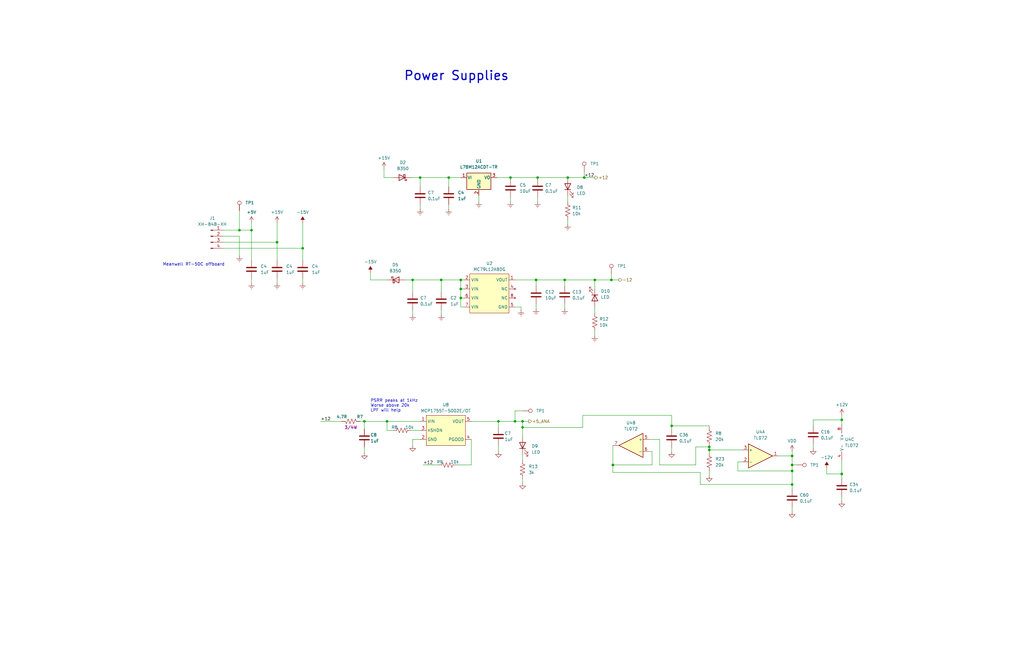
<source format=kicad_sch>
(kicad_sch (version 20230121) (generator eeschema)
  (paper "B")
  (title_block (title "Quadrophonic Joystick Mixer") (date "2024-04-22") (rev "P1"))
  (lib_symbols
    (symbol "Amplifier_Operational:OPA1692xD" (pin_names (offset 0.127))
      (property "Reference" "U" (at 2.54 6.35 0))
      (property "Value" "OPA1692xD" (at 2.54 3.81 0))
      (symbol "OPA1692xD_1_1"
        (polyline (pts (xy 5.08 0) (xy -5.08 5.08) (xy -5.08 -5.08) (xy 5.08 0)) (stroke (width 0.254)) (fill (type background)))
        (pin output line (at 7.62 0 180) (length 2.54) (name "~") (number "1"))
        (pin input line (at -7.62 -2.54 0) (length 2.54) (name "-") (number "2"))
        (pin input line (at -7.62 2.54 0) (length 2.54) (name "+") (number "3"))
      )
      (symbol "OPA1692xD_2_1"
        (polyline (pts (xy 5.08 0) (xy -5.08 5.08) (xy -5.08 -5.08) (xy 5.08 0)) (stroke (width 0.254)) (fill (type background)))
        (pin input line (at -7.62 2.54 0) (length 2.54) (name "+") (number "5"))
        (pin input line (at -7.62 -2.54 0) (length 2.54) (name "-") (number "6"))
        (pin output line (at 7.62 0 180) (length 2.54) (name "~") (number "7"))
      )
      (symbol "OPA1692xD_3_1"
        (pin power_in line (at 0 -7.62 90) (length 3.81) (name "V-") (number "4"))
        (pin power_in line (at 0 7.62 270) (length 3.81) (name "V+") (number "8"))
      )
    )
    (symbol "Connector:Conn_01x04_Pin" (pin_names (offset 1.016) hide)
      (property "Reference" "J" (at 0 5.08 0))
      (property "Value" "Conn_01x04_Pin" (at 0 -7.62 0))
      (symbol "Conn_01x04_Pin_1_1"
        (polyline (pts (xy 1.27 -5.08) (xy 0.8636 -5.08)) (stroke (width 0.1524)))
        (polyline (pts (xy 1.27 -2.54) (xy 0.8636 -2.54)) (stroke (width 0.1524)))
        (polyline (pts (xy 1.27 0) (xy 0.8636 0)) (stroke (width 0.1524)))
        (polyline (pts (xy 1.27 2.54) (xy 0.8636 2.54)) (stroke (width 0.1524)))
        (rectangle (start 0.8636 -4.953) (end 0 -5.207) (stroke (width 0.1524)) (fill (type outline)))
        (rectangle (start 0.8636 -2.413) (end 0 -2.667) (stroke (width 0.1524)) (fill (type outline)))
        (rectangle (start 0.8636 0.127) (end 0 -0.127) (stroke (width 0.1524)) (fill (type outline)))
        (rectangle (start 0.8636 2.667) (end 0 2.413) (stroke (width 0.1524)) (fill (type outline)))
        (pin passive line (at 5.08 2.54 180) (length 3.81) (name "Pin_1") (number "1"))
        (pin passive line (at 5.08 0 180) (length 3.81) (name "Pin_2") (number "2"))
        (pin passive line (at 5.08 -2.54 180) (length 3.81) (name "Pin_3") (number "3"))
        (pin passive line (at 5.08 -5.08 180) (length 3.81) (name "Pin_4") (number "4"))
      )
    )
    (symbol "Connector:TestPoint" (pin_numbers hide) (pin_names (offset 0.762) hide)
      (property "Reference" "TP" (at 0 6.858 0))
      (property "Value" "TestPoint" (at 0 5.08 0))
      (symbol "TestPoint_0_1"
        (circle (center 0 3.302) (radius 0.762))
      )
      (symbol "TestPoint_1_1"
        (pin passive line (at 0 0 90) (length 2.54) (name "1") (number "1"))
      )
    )
    (symbol "Device:C" (pin_numbers hide) (pin_names (offset 0.254))
      (property "Reference" "C" (at 0.635 2.54 0))
      (property "Value" "C" (at 0.635 -2.54 0))
      (symbol "C_0_1"
        (polyline (pts (xy -2.032 -0.762) (xy 2.032 -0.762)) (stroke (width 0.508)))
        (polyline (pts (xy -2.032 0.762) (xy 2.032 0.762)) (stroke (width 0.508)))
      )
      (symbol "C_1_1"
        (pin passive line (at 0 3.81 270) (length 2.794) (name "~") (number "1"))
        (pin passive line (at 0 -3.81 90) (length 2.794) (name "~") (number "2"))
      )
    )
    (symbol "Device:LED" (pin_numbers hide) (pin_names (offset 1.016) hide)
      (property "Reference" "D" (at 0 2.54 0))
      (property "Value" "LED" (at 0 -2.54 0))
      (symbol "LED_0_1"
        (polyline (pts (xy -1.27 -1.27) (xy -1.27 1.27)) (stroke (width 0.254)))
        (polyline (pts (xy -1.27 0) (xy 1.27 0)))
        (polyline (pts (xy 1.27 -1.27) (xy 1.27 1.27) (xy -1.27 0) (xy 1.27 -1.27)) (stroke (width 0.254)))
        (polyline (pts (xy -3.048 -0.762) (xy -4.572 -2.286) (xy -3.81 -2.286) (xy -4.572 -2.286) (xy -4.572 -1.524)))
        (polyline (pts (xy -1.778 -0.762) (xy -3.302 -2.286) (xy -2.54 -2.286) (xy -3.302 -2.286) (xy -3.302 -1.524)))
      )
      (symbol "LED_1_1"
        (pin passive line (at -3.81 0 0) (length 2.54) (name "K") (number "1"))
        (pin passive line (at 3.81 0 180) (length 2.54) (name "A") (number "2"))
      )
    )
    (symbol "Device:R_US" (pin_numbers hide) (pin_names (offset 0))
      (property "Reference" "R" (at 2.54 0 90))
      (property "Value" "R_US" (at -2.54 0 90))
      (symbol "R_US_0_1"
        (polyline (pts (xy 0 -2.286) (xy 0 -2.54)))
        (polyline (pts (xy 0 2.286) (xy 0 2.54)))
        (polyline (pts (xy 0 -0.762) (xy 1.016 -1.143) (xy 0 -1.524) (xy -1.016 -1.905) (xy 0 -2.286)))
        (polyline (pts (xy 0 0.762) (xy 1.016 0.381) (xy 0 0) (xy -1.016 -0.381) (xy 0 -0.762)))
        (polyline (pts (xy 0 2.286) (xy 1.016 1.905) (xy 0 1.524) (xy -1.016 1.143) (xy 0 0.762)))
      )
      (symbol "R_US_1_1"
        (pin passive line (at 0 3.81 270) (length 1.27) (name "~") (number "1"))
        (pin passive line (at 0 -3.81 90) (length 1.27) (name "~") (number "2"))
      )
    )
    (symbol "Diode:B350" (pin_numbers hide) (pin_names (offset 1.016) hide)
      (property "Reference" "D" (at 0 2.54 0))
      (property "Value" "B350" (at 0 -2.54 0))
      (symbol "B350_0_1"
        (polyline (pts (xy 1.27 0) (xy -1.27 0)))
        (polyline (pts (xy 1.27 1.27) (xy 1.27 -1.27) (xy -1.27 0) (xy 1.27 1.27)) (stroke (width 0.254)))
        (polyline (pts (xy -1.905 0.635) (xy -1.905 1.27) (xy -1.27 1.27) (xy -1.27 -1.27) (xy -0.635 -1.27) (xy -0.635 -0.635)) (stroke (width 0.254)))
      )
      (symbol "B350_1_1"
        (pin passive line (at -3.81 0 0) (length 2.54) (name "K") (number "1"))
        (pin passive line (at 3.81 0 180) (length 2.54) (name "A") (number "2"))
      )
    )
    (symbol "Eyewool ICs:L78M12ACDT-TR" (pin_names (offset 0.254))
      (property "Reference" "U" (at -3.81 3.175 0))
      (property "Value" "L78M12ACDT-TR" (at 0 3.175 0))
      (symbol "L78M12ACDT-TR_0_1"
        (rectangle (start -5.08 1.905) (end 5.08 -5.08) (stroke (width 0.254)) (fill (type background)))
      )
      (symbol "L78M12ACDT-TR_1_1"
        (pin power_in line (at -7.62 0 0) (length 2.54) (name "VI") (number "1"))
        (pin power_in line (at 0 -7.62 90) (length 2.54) (name "GND") (number "2"))
        (pin power_out line (at 7.62 0 180) (length 2.54) (name "VO") (number "3"))
      )
    )
    (symbol "Eyewool ICs:MC79L12ABDG"
      (property "Reference" "U" (at -3.81 7.62 0))
      (property "Value" "MC79L12ABDG" (at 2.54 -19.05 0))
      (symbol "MC79L12ABDG_1_1"
        (rectangle (start -6.35 6.35) (end 10.16 -10.16) (fill (type background)))
        (pin power_out line (at 12.7 3.81 180) (length 2.54) (name "VOUT") (number "1"))
        (pin power_in line (at -8.89 3.81 0) (length 2.54) (name "VIN") (number "2"))
        (pin power_in line (at -8.89 0 0) (length 2.54) (name "VIN") (number "3"))
        (pin no_connect line (at 12.7 0 180) (length 2.54) (name "NC") (number "4"))
        (pin power_in line (at 12.7 -7.62 180) (length 2.54) (name "GND") (number "5"))
        (pin power_in line (at -8.89 -3.81 0) (length 2.54) (name "VIN") (number "6"))
        (pin power_in line (at -8.89 -7.62 0) (length 2.54) (name "VIN") (number "7"))
        (pin no_connect line (at 12.7 -3.81 180) (length 2.54) (name "NC") (number "8"))
      )
    )
    (symbol "Eyewool ICs:MCP1755T-5002E{slash}OT"
      (property "Reference" "U" (at -3.81 7.62 0))
      (property "Value" "MCP1755T-5002E{slash}OT" (at 2.54 -7.62 0))
      (symbol "MCP1755T-5002E{slash}OT_0_1"
        (rectangle (start -6.35 6.35) (end 10.16 -6.35) (fill (type background)))
      )
      (symbol "MCP1755T-5002E{slash}OT_1_1"
        (pin power_in line (at -8.89 3.81 0) (length 2.54) (name "VIN") (number "1"))
        (pin power_in line (at -8.89 -3.81 0) (length 2.54) (name "GND") (number "2"))
        (pin input line (at -8.89 0 0) (length 2.54) (name "nSHDN") (number "3"))
        (pin output line (at 12.7 -3.81 180) (length 2.54) (name "PGOOD") (number "4"))
        (pin power_out line (at 12.7 3.81 180) (length 2.54) (name "VOUT") (number "5"))
      )
    )
    (symbol "power:+12V" (power) (pin_names (offset 0))
      (property "Value" "+12V" (at 0 3.556 0))
      (symbol "+12V_0_1"
        (polyline (pts (xy -0.762 1.27) (xy 0 2.54)))
        (polyline (pts (xy 0 0) (xy 0 2.54)))
        (polyline (pts (xy 0 2.54) (xy 0.762 1.27)))
      )
      (symbol "+12V_1_1"
        (pin power_in line (at 0 0 90) (length 0) hide (name "+12V") (number "1"))
      )
    )
    (symbol "power:+15V" (power) (pin_names (offset 0))
      (property "Value" "+15V" (at 0 3.556 0))
      (symbol "+15V_0_1"
        (polyline (pts (xy -0.762 1.27) (xy 0 2.54)))
        (polyline (pts (xy 0 0) (xy 0 2.54)))
        (polyline (pts (xy 0 2.54) (xy 0.762 1.27)))
      )
      (symbol "+15V_1_1"
        (pin power_in line (at 0 0 90) (length 0) hide (name "+15V") (number "1"))
      )
    )
    (symbol "power:+5V" (power) (pin_names (offset 0))
      (property "Value" "+5V" (at 0 3.556 0))
      (symbol "+5V_0_1"
        (polyline (pts (xy -0.762 1.27) (xy 0 2.54)))
        (polyline (pts (xy 0 0) (xy 0 2.54)))
        (polyline (pts (xy 0 2.54) (xy 0.762 1.27)))
      )
      (symbol "+5V_1_1"
        (pin power_in line (at 0 0 90) (length 0) hide (name "+5V") (number "1"))
      )
    )
    (symbol "power:-12V" (power) (pin_names (offset 0))
      (property "Value" "-12V" (at 0 3.81 0))
      (symbol "-12V_0_0"
        (pin power_in line (at 0 0 90) (length 0) hide (name "-12V") (number "1"))
      )
      (symbol "-12V_0_1"
        (polyline (pts (xy 0 0) (xy 0 1.27) (xy 0.762 1.27) (xy 0 2.54) (xy -0.762 1.27) (xy 0 1.27)) (fill (type outline)))
      )
    )
    (symbol "power:-15V" (power) (pin_names (offset 0))
      (property "Value" "-15V" (at 0 3.81 0))
      (symbol "-15V_0_0"
        (pin power_in line (at 0 0 90) (length 0) hide (name "-15V") (number "1"))
      )
      (symbol "-15V_0_1"
        (polyline (pts (xy 0 0) (xy 0 1.27) (xy 0.762 1.27) (xy 0 2.54) (xy -0.762 1.27) (xy 0 1.27)) (fill (type outline)))
      )
    )
    (symbol "power:Earth" (power) (pin_names (offset 0))
      (symbol "Earth_0_1"
        (polyline (pts (xy -0.635 -1.905) (xy 0.635 -1.905)))
        (polyline (pts (xy -0.127 -2.54) (xy 0.127 -2.54)))
        (polyline (pts (xy 0 -1.27) (xy 0 0)))
        (polyline (pts (xy 1.27 -1.27) (xy -1.27 -1.27)))
      )
      (symbol "Earth_1_1"
        (pin power_in line (at 0 0 270) (length 0) hide (name "Earth") (number "1"))
      )
    )
    (symbol "power:GND" (power) (pin_names (offset 0))
      (property "Value" "GND" (at 0 -3.81 0))
      (symbol "GND_0_1"
        (polyline (pts (xy 0 0) (xy 0 -1.27) (xy 1.27 -1.27) (xy 0 -2.54) (xy -1.27 -1.27) (xy 0 -1.27)))
      )
      (symbol "GND_1_1"
        (pin power_in line (at 0 0 270) (length 0) hide (name "GND") (number "1"))
      )
    )
    (symbol "power:VDD" (power) (pin_names (offset 0))
      (property "Value" "VDD" (at 0 3.81 0))
      (symbol "VDD_0_1"
        (polyline (pts (xy -0.762 1.27) (xy 0 2.54)))
        (polyline (pts (xy 0 0) (xy 0 2.54)))
        (polyline (pts (xy 0 2.54) (xy 0.762 1.27)))
      )
      (symbol "VDD_1_1"
        (pin power_in line (at 0 0 90) (length 0) hide (name "VDD") (number "1"))
      )
    )
  )
  (junction (at 257.81 118.11))
  (junction (at 153.67 177.8))
  (junction (at 173.99 118.11))
  (junction (at 239.395 74.93))
  (junction (at 189.23 74.93))
  (junction (at 226.695 74.93))
  (junction (at 177.165 74.93))
  (junction (at 226.06 118.11))
  (junction (at 334.01 204.47))
  (junction (at 116.84 102.235))
  (junction (at 283.21 179.705))
  (junction (at 238.125 118.11))
  (junction (at 186.055 118.11))
  (junction (at 163.195 177.8))
  (junction (at 258.445 196.215))
  (junction (at 215.265 74.93))
  (junction (at 299.085 189.865))
  (junction (at 194.31 121.92))
  (junction (at 210.185 177.8))
  (junction (at 250.825 118.11))
  (junction (at 354.965 177.165))
  (junction (at 334.01 198.755))
  (junction (at 217.17 177.8))
  (junction (at 100.965 97.155))
  (junction (at 220.345 177.8))
  (junction (at 334.01 196.215))
  (junction (at 106.045 97.155))
  (junction (at 334.01 192.405))
  (junction (at 246.38 74.93))
  (junction (at 194.31 118.11))
  (junction (at 354.965 200.025))
  (junction (at 299.085 188.595))
  (junction (at 127.635 104.775))
  (junction (at 194.31 125.73))
  (junction (at 220.345 180.34))
  (wire (pts (xy 257.81 118.11) (xy 260.985 118.11)))
  (wire (pts (xy 245.745 180.34) (xy 245.745 175.26)))
  (wire (pts (xy 215.265 75.565) (xy 215.265 74.93)))
  (wire (pts (xy 311.15 194.945) (xy 313.055 194.945)))
  (wire (pts (xy 189.23 86.36) (xy 189.23 88.265)))
  (wire (pts (xy 226.695 74.93) (xy 226.695 75.565)))
  (wire (pts (xy 334.01 196.215) (xy 335.915 196.215)))
  (wire (pts (xy 173.355 74.93) (xy 177.165 74.93)))
  (wire (pts (xy 215.265 83.185) (xy 215.265 85.09)))
  (wire (pts (xy 186.055 118.11) (xy 194.31 118.11)))
  (wire (pts (xy 173.355 181.61) (xy 177.165 181.61)))
  (wire (pts (xy 273.685 185.42) (xy 278.13 185.42)))
  (wire (pts (xy 189.23 74.93) (xy 194.31 74.93)))
  (wire (pts (xy 156.21 114.935) (xy 156.21 118.11)))
  (wire (pts (xy 274.955 196.215) (xy 274.955 190.5)))
  (wire (pts (xy 257.81 115.57) (xy 257.81 118.11)))
  (wire (pts (xy 93.98 102.235) (xy 116.84 102.235)))
  (wire (pts (xy 209.55 74.93) (xy 215.265 74.93)))
  (wire (pts (xy 144.145 177.8) (xy 135.255 177.8)))
  (wire (pts (xy 173.99 185.42) (xy 173.99 187.96)))
  (wire (pts (xy 226.695 74.93) (xy 239.395 74.93)))
  (wire (pts (xy 283.21 188.595) (xy 283.21 190.5)))
  (wire (pts (xy 258.445 196.215) (xy 274.955 196.215)))
  (wire (pts (xy 194.31 121.92) (xy 195.58 121.92)))
  (wire (pts (xy 293.37 196.215) (xy 293.37 188.595)))
  (wire (pts (xy 334.01 192.405) (xy 334.01 196.215)))
  (wire (pts (xy 354.965 200.025) (xy 354.965 201.93)))
  (wire (pts (xy 245.745 175.26) (xy 283.21 175.26)))
  (wire (pts (xy 334.01 206.375) (xy 334.01 204.47)))
  (wire (pts (xy 342.9 177.165) (xy 354.965 177.165)))
  (wire (pts (xy 189.23 74.93) (xy 189.23 78.74)))
  (wire (pts (xy 170.815 118.11) (xy 173.99 118.11)))
  (wire (pts (xy 220.345 173.355) (xy 217.17 173.355)))
  (wire (pts (xy 354.965 194.31) (xy 354.965 200.025)))
  (wire (pts (xy 250.825 129.54) (xy 250.825 132.08)))
  (wire (pts (xy 299.085 189.865) (xy 299.085 191.135)))
  (wire (pts (xy 342.9 187.325) (xy 342.9 189.23)))
  (wire (pts (xy 226.695 83.185) (xy 226.695 85.09)))
  (wire (pts (xy 106.045 93.98) (xy 106.045 97.155)))
  (wire (pts (xy 354.965 177.165) (xy 354.965 179.07)))
  (wire (pts (xy 195.58 129.54) (xy 194.31 129.54)))
  (wire (pts (xy 127.635 104.775) (xy 127.635 109.855)))
  (wire (pts (xy 278.13 185.42) (xy 278.13 196.215)))
  (wire (pts (xy 210.185 187.96) (xy 210.185 190.5)))
  (wire (pts (xy 177.165 74.93) (xy 177.165 78.74)))
  (wire (pts (xy 299.085 179.705) (xy 283.21 179.705)))
  (wire (pts (xy 151.765 177.8) (xy 153.67 177.8)))
  (wire (pts (xy 186.055 130.81) (xy 186.055 132.715)))
  (wire (pts (xy 220.345 191.77) (xy 220.345 194.31)))
  (wire (pts (xy 194.31 121.92) (xy 194.31 118.11)))
  (wire (pts (xy 220.345 180.34) (xy 220.345 177.8)))
  (wire (pts (xy 177.165 86.36) (xy 177.165 88.265)))
  (wire (pts (xy 173.99 118.11) (xy 186.055 118.11)))
  (wire (pts (xy 178.435 196.215) (xy 184.785 196.215)))
  (wire (pts (xy 198.755 177.8) (xy 210.185 177.8)))
  (wire (pts (xy 194.31 129.54) (xy 194.31 125.73)))
  (wire (pts (xy 258.445 199.39) (xy 258.445 196.215)))
  (wire (pts (xy 93.98 97.155) (xy 100.965 97.155)))
  (wire (pts (xy 217.17 173.355) (xy 217.17 177.8)))
  (wire (pts (xy 173.99 130.81) (xy 173.99 132.715)))
  (wire (pts (xy 100.965 99.695) (xy 93.98 99.695)))
  (wire (pts (xy 177.165 185.42) (xy 173.99 185.42)))
  (wire (pts (xy 299.085 187.96) (xy 299.085 188.595)))
  (wire (pts (xy 354.965 209.55) (xy 354.965 211.455)))
  (wire (pts (xy 161.925 71.12) (xy 161.925 74.93)))
  (wire (pts (xy 295.275 204.47) (xy 334.01 204.47)))
  (wire (pts (xy 220.345 180.34) (xy 245.745 180.34)))
  (wire (pts (xy 93.98 104.775) (xy 127.635 104.775)))
  (wire (pts (xy 161.925 74.93) (xy 165.735 74.93)))
  (wire (pts (xy 153.67 188.595) (xy 153.67 191.135)))
  (wire (pts (xy 278.13 196.215) (xy 293.37 196.215)))
  (wire (pts (xy 239.395 92.71) (xy 239.395 94.615)))
  (wire (pts (xy 219.71 130.81) (xy 219.71 129.54)))
  (wire (pts (xy 177.165 177.8) (xy 163.195 177.8)))
  (wire (pts (xy 283.21 175.26) (xy 283.21 179.705)))
  (wire (pts (xy 299.085 188.595) (xy 299.085 189.865)))
  (wire (pts (xy 250.825 118.11) (xy 257.81 118.11)))
  (wire (pts (xy 226.06 118.11) (xy 238.125 118.11)))
  (wire (pts (xy 215.265 74.93) (xy 226.695 74.93)))
  (wire (pts (xy 295.275 204.47) (xy 295.275 199.39)))
  (wire (pts (xy 226.06 128.27) (xy 226.06 130.175)))
  (wire (pts (xy 311.15 198.755) (xy 334.01 198.755)))
  (wire (pts (xy 163.195 118.11) (xy 156.21 118.11)))
  (wire (pts (xy 153.67 177.8) (xy 163.195 177.8)))
  (wire (pts (xy 334.01 196.215) (xy 334.01 198.755)))
  (wire (pts (xy 238.125 128.27) (xy 238.125 130.175)))
  (wire (pts (xy 219.71 129.54) (xy 217.17 129.54)))
  (wire (pts (xy 334.01 204.47) (xy 334.01 198.755)))
  (wire (pts (xy 238.125 118.11) (xy 250.825 118.11)))
  (wire (pts (xy 217.17 118.11) (xy 226.06 118.11)))
  (wire (pts (xy 127.635 104.775) (xy 127.635 93.98)))
  (wire (pts (xy 313.055 189.865) (xy 299.085 189.865)))
  (wire (pts (xy 106.045 117.475) (xy 106.045 119.38)))
  (wire (pts (xy 116.84 117.475) (xy 116.84 119.38)))
  (wire (pts (xy 220.345 201.93) (xy 220.345 203.835)))
  (wire (pts (xy 283.21 179.705) (xy 283.21 180.975)))
  (wire (pts (xy 217.17 177.8) (xy 210.185 177.8)))
  (wire (pts (xy 153.67 180.975) (xy 153.67 177.8)))
  (wire (pts (xy 354.965 175.26) (xy 354.965 177.165)))
  (wire (pts (xy 328.295 192.405) (xy 334.01 192.405)))
  (wire (pts (xy 194.31 125.73) (xy 194.31 121.92)))
  (wire (pts (xy 106.045 97.155) (xy 106.045 109.855)))
  (wire (pts (xy 258.445 187.96) (xy 258.445 196.215)))
  (wire (pts (xy 220.345 177.8) (xy 217.17 177.8)))
  (wire (pts (xy 293.37 188.595) (xy 299.085 188.595)))
  (wire (pts (xy 177.165 74.93) (xy 189.23 74.93)))
  (wire (pts (xy 194.31 118.11) (xy 195.58 118.11)))
  (wire (pts (xy 201.93 82.55) (xy 201.93 85.09)))
  (wire (pts (xy 238.125 118.11) (xy 238.125 120.65)))
  (wire (pts (xy 246.38 74.93) (xy 250.825 74.93)))
  (wire (pts (xy 246.38 72.39) (xy 246.38 74.93)))
  (wire (pts (xy 239.395 74.93) (xy 246.38 74.93)))
  (wire (pts (xy 210.185 177.8) (xy 210.185 180.34)))
  (wire (pts (xy 354.965 200.025) (xy 348.615 200.025)))
  (wire (pts (xy 163.195 181.61) (xy 165.735 181.61)))
  (wire (pts (xy 226.06 120.65) (xy 226.06 118.11)))
  (wire (pts (xy 348.615 200.025) (xy 348.615 197.485)))
  (wire (pts (xy 186.055 118.11) (xy 186.055 123.19)))
  (wire (pts (xy 311.15 198.755) (xy 311.15 194.945)))
  (wire (pts (xy 100.965 107.95) (xy 100.965 99.695)))
  (wire (pts (xy 295.275 199.39) (xy 258.445 199.39)))
  (wire (pts (xy 220.345 184.15) (xy 220.345 180.34)))
  (wire (pts (xy 100.965 97.155) (xy 106.045 97.155)))
  (wire (pts (xy 198.755 185.42) (xy 198.755 196.215)))
  (wire (pts (xy 192.405 196.215) (xy 198.755 196.215)))
  (wire (pts (xy 274.955 190.5) (xy 273.685 190.5)))
  (wire (pts (xy 116.84 93.98) (xy 116.84 102.235)))
  (wire (pts (xy 334.01 213.995) (xy 334.01 215.9)))
  (wire (pts (xy 334.01 190.5) (xy 334.01 192.405)))
  (wire (pts (xy 220.345 177.8) (xy 222.885 177.8)))
  (wire (pts (xy 342.9 179.705) (xy 342.9 177.165)))
  (wire (pts (xy 163.195 177.8) (xy 163.195 181.61)))
  (wire (pts (xy 299.085 198.755) (xy 299.085 200.66)))
  (wire (pts (xy 116.84 102.235) (xy 116.84 109.855)))
  (wire (pts (xy 239.395 82.55) (xy 239.395 85.09)))
  (wire (pts (xy 250.825 139.7) (xy 250.825 141.605)))
  (wire (pts (xy 299.085 180.34) (xy 299.085 179.705)))
  (wire (pts (xy 194.31 125.73) (xy 195.58 125.73)))
  (wire (pts (xy 250.825 121.92) (xy 250.825 118.11)))
  (wire (pts (xy 100.965 88.9) (xy 100.965 97.155)))
  (wire (pts (xy 173.99 118.11) (xy 173.99 123.19)))
  (wire (pts (xy 127.635 117.475) (xy 127.635 119.38)))
  (text "Power Supplies" (at 170.18 34.29 0) (effects (font (size 3.81 3.81) (thickness 0.508) bold) (justify left bottom)))
  (text "PSRR peaks at 1kHz\nWorse above 20k\nLPF will help" (at 156.21 173.99 0) (effects (font (size 1.27 1.27)) (justify left bottom)))
  (text "Meanwell RT-50C offboard" (at 68.58 112.395 0) (effects (font (size 1.27 1.27)) (justify left bottom)))
  (label "+12" (at 246.38 74.93 0))
  (label "+12" (at 135.255 177.8 0))
  (label "+12" (at 178.435 196.215 0))
  (hierarchical_label "+5_ANA" (shape output) (at 222.885 177.8 0))
  (hierarchical_label "-12" (shape output) (at 260.985 118.11 0))
  (hierarchical_label "+12" (shape output) (at 250.825 74.93 0))
  (symbol (lib_id "power:GND") (at 283.21 190.5 0) (unit 1)
    (property "Reference" "#PWR047" (effects hide))
    (property "Value" "GND" (effects hide))
    (instances (project "Quad Joystick Mixer" (path "" (reference "#PWR047") (unit 1)) (path "" (reference "#PWR062") (unit 1)) (path "" (reference "#PWR0114") (unit 1)) (path "" (reference "#PWR062") (unit 1)) (path "" (reference "#PWR057") (unit 1))))
  )
  (symbol (lib_id "power:Earth") (at 238.125 130.175 0) (unit 1)
    (property "Reference" "#PWR017" (effects hide))
    (property "Value" "Earth" (effects hide))
    (instances (project "Quad Joystick Mixer" (path "" (reference "#PWR017") (unit 1)) (path "" (reference "#PWR019") (unit 1))))
  )
  (symbol (lib_id "power:Earth") (at 177.165 88.265 0) (unit 1)
    (property "Reference" "#PWR011" (effects hide))
    (property "Value" "Earth" (effects hide))
    (instances (project "Quad Joystick Mixer" (path "" (reference "#PWR011") (unit 1)) (path "" (reference "#PWR09") (unit 1))))
  )
  (symbol (lib_id "Device:C") (at 106.045 113.665 0) (unit 1)
    (property "Reference" "C4" (at 109.855 112.395 0) (effects (justify left)))
    (property "Value" "1uF" (at 109.855 114.935 0) (effects (justify left)))
    (property "Footprint" "Capacitor_SMD:C_0805_2012Metric_Pad1.18x1.45mm_HandSolder" (effects hide))
    (property "V" "50V" (effects hide))
    (property "DK PN" "1276-1029-1-ND" (effects hide))
    (property "MPN" "CL21B105KBFNNNE" (effects hide))
    (property "Source" "DK" (effects hide))
    (instances (project "Quad Joystick Mixer" (path "" (reference "C4") (unit 1)) (path "" (reference "C3") (unit 1))))
  )
  (symbol (lib_id "Device:R_US") (at 220.345 198.12 0) (unit 1)
    (property "Reference" "R13" (at 222.885 196.85 0) (effects (justify left)))
    (property "Value" "3k" (at 222.885 199.39 0) (effects (justify left)))
    (property "Footprint" "Resistor_SMD:R_0805_2012Metric_Pad1.20x1.40mm_HandSolder" (effects hide))
    (property "DK PN" "A126368CT-ND" (effects hide))
    (property "MPN" "CRG0805F3K0" (effects hide))
    (property "Source" "DK" (effects hide))
    (instances (project "Quad Joystick Mixer" (path "" (reference "R13") (unit 1)) (path "" (reference "R3") (unit 1))))
  )
  (symbol (lib_id "Amplifier_Operational:OPA1692xD") (at 320.675 192.405 0) (unit 1)
    (property "Reference" "U4" (at 320.675 182.245 0))
    (property "Value" "TL072" (at 320.675 184.785 0))
    (property "Footprint" "Package_SO:SOIC-8_3.9x4.9mm_P1.27mm" (effects hide))
    (property "Datasheet" "https://www.ti.com/lit/ds/symlink/opa1692.pdf" (effects hide))
    (property "Source" "DK" (effects hide))
    (property "DK PN" "296-TL072HIDRCT-ND" (effects hide))
    (property "MPN" "TL072HIDR" (effects hide))
    (instances (project "Quad Joystick Mixer" (path "" (reference "U4") (unit 1)) (path "" (reference "U7") (unit 1)) (path "" (reference "U15") (unit 1)) (path "" (reference "U7") (unit 1)) (path "" (reference "U7") (unit 1))))
  )
  (symbol (lib_id "power:-15V") (at 156.21 114.935 0) (unit 1)
    (property "Reference" "#PWR032" (effects hide))
    (property "Value" "-15V" (at 156.21 110.49 0))
  )
  (symbol (lib_id "power:Earth") (at 226.06 130.175 0) (unit 1)
    (property "Reference" "#PWR016" (effects hide))
    (property "Value" "Earth" (effects hide))
    (instances (project "Quad Joystick Mixer" (path "" (reference "#PWR016") (unit 1)) (path "" (reference "#PWR018") (unit 1))))
  )
  (symbol (lib_id "power:+5V") (at 106.045 93.98 0) (unit 1)
    (property "Reference" "#PWR03" (effects hide))
    (property "Value" "+5V" (at 106.045 89.535 0))
  )
  (symbol (lib_id "power:Earth") (at 186.055 132.715 0) (unit 1)
    (property "Reference" "#PWR03" (effects hide))
    (property "Value" "Earth" (effects hide))
    (instances (project "Quad Joystick Mixer" (path "" (reference "#PWR03") (unit 1)) (path "" (reference "#PWR028") (unit 1))))
  )
  (symbol (lib_id "power:GND") (at 342.9 189.23 0) (unit 1)
    (property "Reference" "#PWR046" (effects hide))
    (property "Value" "GND" (effects hide))
    (instances (project "Quad Joystick Mixer" (path "" (reference "#PWR046") (unit 1)) (path "" (reference "#PWR055") (unit 1)) (path "" (reference "#PWR0119") (unit 1)) (path "" (reference "#PWR055") (unit 1)) (path "" (reference "#PWR056") (unit 1))))
  )
  (symbol (lib_id "power:Earth") (at 226.695 85.09 0) (unit 1)
    (property "Reference" "#PWR011" (effects hide))
    (property "Value" "Earth" (effects hide))
    (instances (project "Quad Joystick Mixer" (path "" (reference "#PWR011") (unit 1)) (path "" (reference "#PWR02") (unit 1))))
  )
  (symbol (lib_id "Device:C") (at 127.635 113.665 0) (unit 1)
    (property "Reference" "C4" (at 131.445 112.395 0) (effects (justify left)))
    (property "Value" "1uF" (at 131.445 114.935 0) (effects (justify left)))
    (property "Footprint" "Capacitor_SMD:C_0805_2012Metric_Pad1.18x1.45mm_HandSolder" (effects hide))
    (property "V" "50V" (effects hide))
    (property "DK PN" "1276-1029-1-ND" (effects hide))
    (property "MPN" "CL21B105KBFNNNE" (effects hide))
    (property "Source" "DK" (effects hide))
    (instances (project "Quad Joystick Mixer" (path "" (reference "C4") (unit 1)) (path "" (reference "C12") (unit 1))))
  )
  (symbol (lib_id "Eyewool ICs:MC79L12ABDG") (at 204.47 121.92 0) (unit 1)
    (property "Reference" "U2" (at 206.375 111.125 0))
    (property "Value" "MC79L12ABDG" (at 206.375 113.665 0))
    (property "Footprint" "Package_SO:SOIC-8_3.9x4.9mm_P1.27mm" (effects hide))
    (property "Datasheet" "https://www.onsemi.com/pdf/datasheet/mc79l00-d.pdf" (effects hide))
  )
  (symbol (lib_id "power:GND") (at 153.67 191.135 0) (unit 1)
    (property "Reference" "#PWR047" (effects hide))
    (property "Value" "GND" (effects hide))
    (instances (project "Quad Joystick Mixer" (path "" (reference "#PWR047") (unit 1)) (path "" (reference "#PWR074") (unit 1)) (path "" (reference "#PWR0130") (unit 1)) (path "" (reference "#PWR04") (unit 1))))
  )
  (symbol (lib_id "power:-15V") (at 127.635 93.98 0) (unit 1)
    (property "Reference" "#PWR022" (effects hide))
    (property "Value" "-15V" (at 127.635 89.535 0))
  )
  (symbol (lib_id "Device:C") (at 116.84 113.665 0) (unit 1)
    (property "Reference" "C4" (at 120.65 112.395 0) (effects (justify left)))
    (property "Value" "1uF" (at 120.65 114.935 0) (effects (justify left)))
    (property "Footprint" "Capacitor_SMD:C_0805_2012Metric_Pad1.18x1.45mm_HandSolder" (effects hide))
    (property "V" "50V" (effects hide))
    (property "DK PN" "1276-1029-1-ND" (effects hide))
    (property "MPN" "CL21B105KBFNNNE" (effects hide))
    (property "Source" "DK" (effects hide))
  )
  (symbol (lib_id "Device:C") (at 342.9 183.515 0) (unit 1)
    (property "Reference" "C16" (at 346.075 182.245 0) (effects (justify left)))
    (property "Value" "0.1uF" (at 346.075 184.785 0) (effects (justify left)))
    (property "Footprint" "Capacitor_SMD:C_0805_2012Metric_Pad1.18x1.45mm_HandSolder" (effects hide))
    (property "DK PN" "1276-1003-1-ND" (effects hide))
    (property "MPN" "CL21B104KBCNNNC" (effects hide))
    (property "Source" "DK" (effects hide))
    (instances (project "Quad Joystick Mixer" (path "" (reference "C16") (unit 1)) (path "" (reference "C16") (unit 1)) (path "" (reference "C31") (unit 1)) (path "" (reference "C16") (unit 1)) (path "" (reference "C61") (unit 1))))
  )
  (symbol (lib_id "power:Earth") (at 100.965 107.95 0) (unit 1)
    (property "Reference" "#PWR02" (effects hide))
    (property "Value" "Earth" (effects hide))
    (instances (project "Quad Joystick Mixer" (path "" (reference "#PWR02") (unit 1)) (path "" (reference "#PWR06") (unit 1))))
  )
  (symbol (lib_id "power:Earth") (at 173.99 132.715 0) (unit 1)
    (property "Reference" "#PWR011" (effects hide))
    (property "Value" "Earth" (effects hide))
    (instances (project "Quad Joystick Mixer" (path "" (reference "#PWR011") (unit 1)) (path "" (reference "#PWR027") (unit 1))))
  )
  (symbol (lib_id "Device:C") (at 189.23 82.55 0) (unit 1)
    (property "Reference" "C4" (at 193.04 81.28 0) (effects (justify left)))
    (property "Value" "1uF" (at 193.04 83.82 0) (effects (justify left)))
    (property "Footprint" "Capacitor_SMD:C_0805_2012Metric_Pad1.18x1.45mm_HandSolder" (effects hide))
    (property "V" "50V" (effects hide))
    (property "DK PN" "1276-1029-1-ND" (effects hide))
    (property "MPN" "CL21B105KBFNNNE" (effects hide))
    (property "Source" "DK" (effects hide))
    (instances (project "Quad Joystick Mixer" (path "" (reference "C4") (unit 1)) (path "" (reference "C6") (unit 1))))
  )
  (symbol (lib_id "Device:R_US") (at 239.395 88.9 0) (unit 1)
    (property "Reference" "R11" (at 241.3 87.63 0) (effects (justify left)))
    (property "Value" "10k" (at 241.3 90.17 0) (effects (justify left)))
    (property "Footprint" "Resistor_SMD:R_0805_2012Metric_Pad1.20x1.40mm_HandSolder" (effects hide))
    (property "DK PN" "RMCF0805JT10K0CT-ND" (effects hide))
    (property "MPN" "RMCF0805JT10K0" (effects hide))
    (property "Source" "DK" (effects hide))
    (instances (project "Quad Joystick Mixer" (path "" (reference "R11") (unit 1)) (path "" (reference "R9") (unit 1))))
  )
  (symbol (lib_id "power:Earth") (at 189.23 88.265 0) (unit 1)
    (property "Reference" "#PWR05" (effects hide))
    (property "Value" "Earth" (effects hide))
    (instances (project "Quad Joystick Mixer" (path "" (reference "#PWR05") (unit 1)) (path "" (reference "#PWR010") (unit 1))))
  )
  (symbol (lib_id "Device:C") (at 283.21 184.785 0) (unit 1)
    (property "Reference" "C36" (at 286.385 183.515 0) (effects (justify left)))
    (property "Value" "0.1uF" (at 286.385 186.055 0) (effects (justify left)))
    (property "Footprint" "Capacitor_SMD:C_0805_2012Metric_Pad1.18x1.45mm_HandSolder" (effects hide))
    (property "DK PN" "1276-1003-1-ND" (effects hide))
    (property "MPN" "CL21B104KBCNNNC" (effects hide))
    (property "Source" "DK" (effects hide))
    (instances (project "Quad Joystick Mixer" (path "" (reference "C36") (unit 1)) (path "" (reference "C34") (unit 1)) (path "" (reference "C30") (unit 1)) (path "" (reference "C36") (unit 1)) (path "" (reference "C60") (unit 1))))
  )
  (symbol (lib_id "Device:C") (at 186.055 127 0) (unit 1)
    (property "Reference" "C2" (at 189.865 125.73 0) (effects (justify left)))
    (property "Value" "1uF" (at 189.865 128.27 0) (effects (justify left)))
    (property "Footprint" "Capacitor_SMD:C_0805_2012Metric_Pad1.18x1.45mm_HandSolder" (effects hide))
    (property "V" "50V" (effects hide))
    (property "DK PN" "1276-1029-1-ND" (effects hide))
    (property "MPN" "CL21B105KBFNNNE" (effects hide))
    (property "Source" "DK" (effects hide))
    (instances (project "Quad Joystick Mixer" (path "" (reference "C2") (unit 1)) (path "" (reference "C15") (unit 1))))
  )
  (symbol (lib_id "power:Earth") (at 250.825 141.605 0) (unit 1)
    (property "Reference" "#PWR041" (effects hide))
    (property "Value" "Earth" (effects hide))
    (instances (project "Quad Joystick Mixer" (path "" (reference "#PWR041") (unit 1)) (path "" (reference "#PWR026") (unit 1))))
  )
  (symbol (lib_id "power:GND") (at 210.185 190.5 0) (unit 1)
    (property "Reference" "#PWR047" (effects hide))
    (property "Value" "GND" (effects hide))
    (instances (project "Quad Joystick Mixer" (path "" (reference "#PWR047") (unit 1)) (path "" (reference "#PWR074") (unit 1)) (path "" (reference "#PWR0130") (unit 1)) (path "" (reference "#PWR051") (unit 1))))
  )
  (symbol (lib_id "Device:LED") (at 239.395 78.74 90) (unit 1)
    (property "Reference" "D8" (at 243.205 79.0575 90) (effects (justify right)))
    (property "Value" "LED" (at 243.205 81.5975 90) (effects (justify right)))
    (property "Footprint" "LED_THT:LED_D3.0mm_FlatTop" (effects hide))
    (property "Source" "SBP" (effects hide))
    (instances (project "Quad Joystick Mixer" (path "" (reference "D8") (unit 1)) (path "" (reference "D7") (unit 1))))
  )
  (symbol (lib_id "Amplifier_Operational:OPA1692xD") (at 266.065 187.96 0) (mirror y) (unit 2)
    (property "Reference" "U4" (at 266.065 178.435 0))
    (property "Value" "TL072" (at 266.065 180.975 0))
    (property "Footprint" "Package_SO:SOIC-8_3.9x4.9mm_P1.27mm" (effects hide))
    (property "Datasheet" "https://www.ti.com/lit/ds/symlink/opa1692.pdf" (effects hide))
    (property "Source" "DK" (effects hide))
    (property "DK PN" "296-TL072HIDRCT-ND" (effects hide))
    (property "MPN" "TL072HIDR" (effects hide))
    (instances (project "Quad Joystick Mixer" (path "" (reference "U4") (unit 2)) (path "" (reference "U7") (unit 2)) (path "" (reference "U15") (unit 2)) (path "" (reference "U7") (unit 2)) (path "" (reference "U7") (unit 2))))
  )
  (symbol (lib_id "Device:C") (at 238.125 124.46 0) (unit 1)
    (property "Reference" "C13" (at 241.3 123.19 0) (effects (justify left)))
    (property "Value" "0.1uF" (at 241.3 125.73 0) (effects (justify left)))
    (property "Footprint" "Capacitor_SMD:C_0805_2012Metric_Pad1.18x1.45mm_HandSolder" (effects hide))
    (property "DK PN" "1276-1003-1-ND" (effects hide))
    (property "MPN" "CL21B104KBCNNNC" (effects hide))
    (property "Source" "DK" (effects hide))
    (instances (project "Quad Joystick Mixer" (path "" (reference "C13") (unit 1)) (path "" (reference "C11") (unit 1))))
  )
  (symbol (lib_id "power:GND") (at 354.965 211.455 0) (unit 1)
    (property "Reference" "#PWR047" (effects hide))
    (property "Value" "GND" (effects hide))
    (instances (project "Quad Joystick Mixer" (path "" (reference "#PWR047") (unit 1)) (path "" (reference "#PWR057") (unit 1)) (path "" (reference "#PWR0125") (unit 1)) (path "" (reference "#PWR057") (unit 1)) (path "" (reference "#PWR0112") (unit 1))))
  )
  (symbol (lib_id "Device:C") (at 334.01 210.185 0) (unit 1)
    (property "Reference" "C60" (at 337.185 208.915 0) (effects (justify left)))
    (property "Value" "0.1uF" (at 337.185 211.455 0) (effects (justify left)))
    (property "Footprint" "Capacitor_SMD:C_0805_2012Metric_Pad1.18x1.45mm_HandSolder" (effects hide))
    (property "DK PN" "1276-1003-1-ND" (effects hide))
    (property "MPN" "CL21B104KBCNNNC" (effects hide))
    (property "Source" "DK" (effects hide))
    (instances (project "Quad Joystick Mixer" (path "" (reference "C60") (unit 1)) (path "" (reference "C60") (unit 1)) (path "" (reference "C30") (unit 1)) (path "" (reference "C36") (unit 1)) (path "" (reference "C60") (unit 1))))
  )
  (symbol (lib_id "power:Earth") (at 215.265 85.09 0) (unit 1)
    (property "Reference" "#PWR010" (effects hide))
    (property "Value" "Earth" (effects hide))
    (instances (project "Quad Joystick Mixer" (path "" (reference "#PWR010") (unit 1)) (path "" (reference "#PWR01") (unit 1))))
  )
  (symbol (lib_id "Connector:TestPoint") (at 220.345 173.355 270) (unit 1)
    (property "Reference" "TP1" (at 226.06 173.355 90) (effects (justify left)))
    (property "Value" "TestPoint" (effects hide))
    (property "Footprint" "TestPoint:TestPoint_THTPad_D1.5mm_Drill0.7mm" (effects hide))
    (property "Source" "NA" (effects hide))
    (instances (project "Quad Joystick Mixer" (path "" (reference "TP1") (unit 1)) (path "" (reference "TP5") (unit 1))))
  )
  (symbol (lib_id "power:+12V") (at 354.965 175.26 0) (unit 1)
    (property "Reference" "#PWR054" (effects hide))
    (property "Value" "+12V" (at 354.965 170.815 0))
    (instances (project "Quad Joystick Mixer" (path "" (reference "#PWR054") (unit 1)) (path "" (reference "#PWR054") (unit 1)) (path "" (reference "#PWR044") (unit 1)) (path "" (reference "#PWR054") (unit 1)) (path "" (reference "#PWR0115") (unit 1))))
  )
  (symbol (lib_id "Device:C") (at 153.67 184.785 0) (unit 1)
    (property "Reference" "C8" (at 156.21 183.515 0) (effects (justify left)))
    (property "Value" "1uF" (at 156.21 186.055 0) (effects (justify left)))
    (property "Footprint" "Capacitor_SMD:C_0805_2012Metric_Pad1.18x1.45mm_HandSolder" (effects hide))
    (property "MPN" "CL21B105KBFNNNE" (effects hide))
    (property "DK PN" "1276-1029-1-ND" (effects hide))
    (property "Source" "DK" (effects hide))
    (instances (project "pt2399 delay" (path "" (reference "C8") (unit 1))) (project "Quad Joystick Mixer" (path "" (reference "C33") (unit 1))))
  )
  (symbol (lib_id "Diode:B350") (at 169.545 74.93 180) (unit 1)
    (property "Reference" "D2" (at 169.8625 68.58 0))
    (property "Value" "B350" (at 169.8625 71.12 0))
    (property "Footprint" "Diode_SMD:D_SMA_Handsoldering" (effects hide))
    (property "Datasheet" "http://www.jameco.com/Jameco/Products/ProdDS/1538777.pdf" (effects hide))
    (property "DK PN" "B350A-FDICT-ND" (effects hide))
    (property "MPN" "B350A-13-F" (effects hide))
    (property "Source" "DK" (effects hide))
    (instances (project "Quad Joystick Mixer" (path "" (reference "D2") (unit 1)) (path "" (reference "D1") (unit 1))))
  )
  (symbol (lib_id "Device:R_US") (at 299.085 184.15 0) (unit 1)
    (property "Reference" "R8" (at 301.625 182.88 0) (effects (justify left)))
    (property "Value" "20k" (at 301.625 185.42 0) (effects (justify left)))
    (property "Footprint" "Resistor_SMD:R_0805_2012Metric_Pad1.20x1.40mm_HandSolder" (effects hide))
    (property "DK PN" "RMCF0805FT20K0CT-ND" (effects hide))
    (property "MPN" "RMCF0805FT20K0" (effects hide))
    (property "Source" "DK" (effects hide))
    (instances (project "Quad Joystick Mixer" (path "" (reference "R8") (unit 1)) (path "" (reference "R54") (unit 1)) (path "" (reference "R8") (unit 1)) (path "" (reference "R8") (unit 1))))
  )
  (symbol (lib_id "Device:R_US") (at 250.825 135.89 0) (unit 1)
    (property "Reference" "R12" (at 252.73 134.62 0) (effects (justify left)))
    (property "Value" "10k" (at 252.73 137.16 0) (effects (justify left)))
    (property "Footprint" "Resistor_SMD:R_0805_2012Metric_Pad1.20x1.40mm_HandSolder" (effects hide))
    (property "DK PN" "RMCF0805JT10K0CT-ND" (effects hide))
    (property "MPN" "RMCF0805JT10K0" (effects hide))
    (property "Source" "DK" (effects hide))
    (instances (project "Quad Joystick Mixer" (path "" (reference "R12") (unit 1)) (path "" (reference "R11") (unit 1))))
  )
  (symbol (lib_id "Connector:TestPoint") (at 335.915 196.215 270) (unit 1)
    (property "Reference" "TP1" (at 341.63 196.215 90) (effects (justify left)))
    (property "Value" "TestPoint" (effects hide))
    (property "Footprint" "TestPoint:TestPoint_THTPad_D1.5mm_Drill0.7mm" (effects hide))
    (property "Source" "NA" (effects hide))
    (instances (project "Quad Joystick Mixer" (path "" (reference "TP1") (unit 1)) (path "" (reference "TP23") (unit 1))))
  )
  (symbol (lib_id "power:+15V") (at 116.84 93.98 0) (unit 1)
    (property "Reference" "#PWR07" (effects hide))
    (property "Value" "+15V" (at 116.84 89.535 0))
  )
  (symbol (lib_id "Eyewool ICs:MCP1755T-5002E{slash}OT") (at 186.055 181.61 0) (unit 1)
    (property "Reference" "U8" (at 187.96 170.815 0))
    (property "Value" "MCP1755T-5002E/OT" (at 187.96 173.355 0))
    (property "Footprint" "Package_TO_SOT_SMD:SOT-23-5_HandSoldering" (effects hide))
    (property "Source" "DK" (effects hide))
    (property "DK PN" "MCP1755T-5002E/OT" (effects hide))
    (property "MPN" "MCP1755T-5002E/OTCT-ND" (effects hide))
    (instances (project "pt2399 delay" (path "" (reference "U8") (unit 1))) (project "Quad Joystick Mixer" (path "" (reference "U5") (unit 1))))
  )
  (symbol (lib_id "power:Earth") (at 201.93 85.09 0) (unit 1)
    (property "Reference" "#PWR05" (effects hide))
    (property "Value" "Earth" (effects hide))
    (instances (project "Quad Joystick Mixer" (path "" (reference "#PWR05") (unit 1)) (path "" (reference "#PWR011") (unit 1))))
  )
  (symbol (lib_id "Connector:TestPoint") (at 100.965 88.9 0) (unit 1)
    (property "Reference" "TP1" (at 103.505 85.598 0) (effects (justify left)))
    (property "Value" "TestPoint" (effects hide))
    (property "Footprint" "TestPoint:TestPoint_THTPad_D1.5mm_Drill0.7mm" (effects hide))
    (property "Source" "NA" (effects hide))
    (instances (project "Quad Joystick Mixer" (path "" (reference "TP1") (unit 1)) (path "" (reference "TP4") (unit 1))))
  )
  (symbol (lib_id "Device:R_US") (at 169.545 181.61 90) (unit 1)
    (property "Reference" "R8" (at 166.37 180.34 90))
    (property "Value" "10k" (at 172.72 180.34 90))
    (property "Footprint" "Resistor_SMD:R_0805_2012Metric_Pad1.20x1.40mm_HandSolder" (effects hide))
    (property "MPN" "RMCF0805JT10K0" (effects hide))
    (property "Source" "DK" (effects hide))
    (property "DK PN" "RMCF0805JT10K0CT-ND" (effects hide))
    (instances (project "pt2399 delay" (path "" (reference "R8") (unit 1))) (project "Quad Joystick Mixer" (path "" (reference "R21") (unit 1))))
  )
  (symbol (lib_id "Device:C") (at 354.965 205.74 0) (unit 1)
    (property "Reference" "C34" (at 358.14 204.47 0) (effects (justify left)))
    (property "Value" "0.1uF" (at 358.14 207.01 0) (effects (justify left)))
    (property "Footprint" "Capacitor_SMD:C_0805_2012Metric_Pad1.18x1.45mm_HandSolder" (effects hide))
    (property "DK PN" "1276-1003-1-ND" (effects hide))
    (property "MPN" "CL21B104KBCNNNC" (effects hide))
    (property "Source" "DK" (effects hide))
    (instances (project "Quad Joystick Mixer" (path "" (reference "C34") (unit 1)) (path "" (reference "C36") (unit 1)) (path "" (reference "C30") (unit 1)) (path "" (reference "C34") (unit 1)) (path "" (reference "C64") (unit 1))))
  )
  (symbol (lib_id "power:GND") (at 173.99 187.96 0) (unit 1)
    (property "Reference" "#PWR047" (effects hide))
    (property "Value" "GND" (effects hide))
    (instances (project "Quad Joystick Mixer" (path "" (reference "#PWR047") (unit 1)) (path "" (reference "#PWR074") (unit 1)) (path "" (reference "#PWR0130") (unit 1)) (path "" (reference "#PWR050") (unit 1))))
  )
  (symbol (lib_id "power:+15V") (at 161.925 71.12 0) (unit 1)
    (property "Reference" "#PWR031" (effects hide))
    (property "Value" "+15V" (at 161.925 66.675 0))
  )
  (symbol (lib_id "Amplifier_Operational:OPA1692xD") (at 354.965 186.69 0) (unit 3)
    (property "Reference" "U4" (at 356.235 185.42 0) (effects (justify left)))
    (property "Value" "TL072" (at 356.235 187.96 0) (effects (justify left)))
    (property "Footprint" "Package_SO:SOIC-8_3.9x4.9mm_P1.27mm" (effects hide))
    (property "Datasheet" "https://www.ti.com/lit/ds/symlink/opa1692.pdf" (effects hide))
    (property "Source" "DK" (effects hide))
    (property "DK PN" "296-TL072HIDRCT-ND" (effects hide))
    (property "MPN" "TL072HIDR" (effects hide))
    (instances (project "Quad Joystick Mixer" (path "" (reference "U4") (unit 3)) (path "" (reference "U7") (unit 3)) (path "" (reference "U14") (unit 3)) (path "" (reference "U7") (unit 3)) (path "" (reference "U7") (unit 3))))
  )
  (symbol (lib_id "Eyewool ICs:L78M12ACDT-TR") (at 201.93 74.93 0) (unit 1)
    (property "Reference" "U1" (at 201.93 67.945 0))
    (property "Value" "L78M12ACDT-TR" (at 201.93 70.485 0))
    (property "Footprint" "Package_TO_SOT_SMD:TO-252-2" (effects hide))
    (property "Datasheet" "https://mm.digikey.com/Volume0/opasdata/d220001/medias/docus/2578/L78MxxAB%2CAC%20.pdf" (effects hide))
  )
  (symbol (lib_id "Connector:TestPoint") (at 257.81 115.57 0) (unit 1)
    (property "Reference" "TP1" (at 260.35 112.268 0) (effects (justify left)))
    (property "Value" "TestPoint" (effects hide))
    (property "Footprint" "TestPoint:TestPoint_THTPad_D1.5mm_Drill0.7mm" (effects hide))
    (property "Source" "NA" (effects hide))
    (instances (project "Quad Joystick Mixer" (path "" (reference "TP1") (unit 1)) (path "" (reference "TP3") (unit 1))))
  )
  (symbol (lib_id "power:Earth") (at 116.84 119.38 0) (unit 1)
    (property "Reference" "#PWR05" (effects hide))
    (property "Value" "Earth" (effects hide))
    (instances (project "Quad Joystick Mixer" (path "" (reference "#PWR05") (unit 1)) (path "" (reference "#PWR025") (unit 1))))
  )
  (symbol (lib_id "power:VDD") (at 334.01 190.5 0) (unit 1)
    (property "Reference" "#PWR0112" (effects hide))
    (property "Value" "VDD" (at 334.01 186.055 0))
    (instances (project "Quad Joystick Mixer" (path "" (reference "#PWR0112") (unit 1)) (path "" (reference "#PWR061") (unit 1))))
  )
  (symbol (lib_id "power:GND") (at 334.01 215.9 0) (unit 1)
    (property "Reference" "#PWR047" (effects hide))
    (property "Value" "GND" (effects hide))
    (instances (project "Quad Joystick Mixer" (path "" (reference "#PWR047") (unit 1)) (path "" (reference "#PWR062") (unit 1)) (path "" (reference "#PWR0114") (unit 1)) (path "" (reference "#PWR0114") (unit 1)) (path "" (reference "#PWR0114") (unit 1))))
  )
  (symbol (lib_id "power:Earth") (at 219.71 130.81 0) (unit 1)
    (property "Reference" "#PWR016" (effects hide))
    (property "Value" "Earth" (effects hide))
    (instances (project "Quad Joystick Mixer" (path "" (reference "#PWR016") (unit 1)) (path "" (reference "#PWR017") (unit 1))))
  )
  (symbol (lib_id "power:Earth") (at 127.635 119.38 0) (unit 1)
    (property "Reference" "#PWR05" (effects hide))
    (property "Value" "Earth" (effects hide))
    (instances (project "Quad Joystick Mixer" (path "" (reference "#PWR05") (unit 1)) (path "" (reference "#PWR030") (unit 1))))
  )
  (symbol (lib_id "Diode:B350") (at 167.005 118.11 0) (unit 1)
    (property "Reference" "D5" (at 166.6875 111.76 0))
    (property "Value" "B350" (at 166.6875 114.3 0))
    (property "Footprint" "Diode_SMD:D_SMA_Handsoldering" (effects hide))
    (property "Datasheet" "http://www.jameco.com/Jameco/Products/ProdDS/1538777.pdf" (effects hide))
    (property "DK PN" "B350A-FDICT-ND" (effects hide))
    (property "MPN" "B350A-13-F" (effects hide))
    (property "Source" "DK" (effects hide))
  )
  (symbol (lib_id "power:GND") (at 220.345 203.835 0) (unit 1)
    (property "Reference" "#PWR047" (effects hide))
    (property "Value" "GND" (effects hide))
    (instances (project "Quad Joystick Mixer" (path "" (reference "#PWR047") (unit 1)) (path "" (reference "#PWR074") (unit 1)) (path "" (reference "#PWR0130") (unit 1)) (path "" (reference "#PWR052") (unit 1))))
  )
  (symbol (lib_id "Connector:TestPoint") (at 246.38 72.39 0) (unit 1)
    (property "Reference" "TP1" (at 248.92 69.088 0) (effects (justify left)))
    (property "Value" "TestPoint" (effects hide))
    (property "Footprint" "TestPoint:TestPoint_THTPad_D1.5mm_Drill0.7mm" (effects hide))
    (property "Source" "NA" (effects hide))
    (instances (project "Quad Joystick Mixer" (path "" (reference "TP1") (unit 1)) (path "" (reference "TP2") (unit 1))))
  )
  (symbol (lib_id "power:Earth") (at 106.045 119.38 0) (unit 1)
    (property "Reference" "#PWR05" (effects hide))
    (property "Value" "Earth" (effects hide))
    (instances (project "Quad Joystick Mixer" (path "" (reference "#PWR05") (unit 1)) (path "" (reference "#PWR023") (unit 1))))
  )
  (symbol (lib_id "Connector:Conn_01x04_Pin") (at 88.9 99.695 0) (unit 1)
    (property "Reference" "J1" (at 89.535 92.075 0))
    (property "Value" "XH-B4B-XH" (at 89.535 94.615 0))
    (property "Footprint" "Connector_JST:JST_XH_B4B-XH-AM_1x04_P2.50mm_Vertical" (effects hide))
  )
  (symbol (lib_id "power:Earth") (at 239.395 94.615 0) (unit 1)
    (property "Reference" "#PWR039" (effects hide))
    (property "Value" "Earth" (effects hide))
    (instances (project "Quad Joystick Mixer" (path "" (reference "#PWR039") (unit 1)) (path "" (reference "#PWR024") (unit 1))))
  )
  (symbol (lib_id "Device:C") (at 210.185 184.15 0) (unit 1)
    (property "Reference" "C7" (at 212.725 182.88 0) (effects (justify left)))
    (property "Value" "1uF" (at 212.725 185.42 0) (effects (justify left)))
    (property "Footprint" "Capacitor_SMD:C_0805_2012Metric_Pad1.18x1.45mm_HandSolder" (effects hide))
    (property "MPN" "CL21B105KBFNNNE" (effects hide))
    (property "DK PN" "1276-1029-1-ND" (effects hide))
    (property "Source" "DK" (effects hide))
    (instances (project "pt2399 delay" (path "" (reference "C7") (unit 1))) (project "Quad Joystick Mixer" (path "" (reference "C32") (unit 1))))
  )
  (symbol (lib_id "Device:C") (at 226.695 79.375 0) (unit 1)
    (property "Reference" "C7" (at 229.87 78.105 0) (effects (justify left)))
    (property "Value" "0.1uF" (at 229.87 80.645 0) (effects (justify left)))
    (property "Footprint" "Capacitor_SMD:C_0805_2012Metric_Pad1.18x1.45mm_HandSolder" (effects hide))
    (property "DK PN" "1276-1003-1-ND" (effects hide))
    (property "MPN" "CL21B104KBCNNNC" (effects hide))
    (property "Source" "DK" (effects hide))
    (instances (project "Quad Joystick Mixer" (path "" (reference "C7") (unit 1)) (path "" (reference "C2") (unit 1))))
  )
  (symbol (lib_id "Device:C") (at 226.06 124.46 0) (unit 1)
    (property "Reference" "C12" (at 229.87 123.19 0) (effects (justify left)))
    (property "Value" "10uF" (at 229.87 125.73 0) (effects (justify left)))
    (property "Footprint" "Capacitor_SMD:C_0805_2012Metric_Pad1.18x1.45mm_HandSolder" (effects hide))
    (property "DK PN" "490-GRM21BR61H106KE43KCT-ND" (effects hide))
    (property "MPN" "GRM21BR61H106KE43K" (effects hide))
    (property "Source" "DK" (effects hide))
    (instances (project "Quad Joystick Mixer" (path "" (reference "C12") (unit 1)) (path "" (reference "C10") (unit 1))))
  )
  (symbol (lib_id "Device:R_US") (at 299.085 194.945 0) (unit 1)
    (property "Reference" "R23" (at 301.625 193.675 0) (effects (justify left)))
    (property "Value" "20k" (at 301.625 196.215 0) (effects (justify left)))
    (property "Footprint" "Resistor_SMD:R_0805_2012Metric_Pad1.20x1.40mm_HandSolder" (effects hide))
    (property "DK PN" "RMCF0805FT20K0CT-ND" (effects hide))
    (property "MPN" "RMCF0805FT20K0" (effects hide))
    (property "Source" "DK" (effects hide))
    (instances (project "Quad Joystick Mixer" (path "" (reference "R23") (unit 1)) (path "" (reference "R55") (unit 1)) (path "" (reference "R23") (unit 1)) (path "" (reference "R23") (unit 1))))
  )
  (symbol (lib_id "Device:C") (at 177.165 82.55 0) (unit 1)
    (property "Reference" "C7" (at 180.34 81.28 0) (effects (justify left)))
    (property "Value" "0.1uF" (at 180.34 83.82 0) (effects (justify left)))
    (property "Footprint" "Capacitor_SMD:C_0805_2012Metric_Pad1.18x1.45mm_HandSolder" (effects hide))
    (property "DK PN" "1276-1003-1-ND" (effects hide))
    (property "MPN" "CL21B104KBCNNNC" (effects hide))
    (property "Source" "DK" (effects hide))
    (instances (project "Quad Joystick Mixer" (path "" (reference "C7") (unit 1)) (path "" (reference "C5") (unit 1))))
  )
  (symbol (lib_id "Device:C") (at 173.99 127 0) (unit 1)
    (property "Reference" "C7" (at 177.165 125.73 0) (effects (justify left)))
    (property "Value" "0.1uF" (at 177.165 128.27 0) (effects (justify left)))
    (property "Footprint" "Capacitor_SMD:C_0805_2012Metric_Pad1.18x1.45mm_HandSolder" (effects hide))
    (property "DK PN" "1276-1003-1-ND" (effects hide))
    (property "MPN" "CL21B104KBCNNNC" (effects hide))
    (property "Source" "DK" (effects hide))
    (instances (project "Quad Joystick Mixer" (path "" (reference "C7") (unit 1)) (path "" (reference "C13") (unit 1))))
  )
  (symbol (lib_id "Device:LED") (at 220.345 187.96 90) (unit 1)
    (property "Reference" "D9" (at 224.155 188.2775 90) (effects (justify right)))
    (property "Value" "LED" (at 224.155 190.8175 90) (effects (justify right)))
    (property "Footprint" "LED_THT:LED_D3.0mm_FlatTop" (effects hide))
    (property "Source" "SBP" (effects hide))
    (instances (project "Quad Joystick Mixer" (path "" (reference "D9") (unit 1)) (path "" (reference "D11") (unit 1))))
  )
  (symbol (lib_id "power:-12V") (at 348.615 197.485 0) (unit 1)
    (property "Reference" "#PWR056" (effects hide))
    (property "Value" "-12V" (at 348.615 193.04 0))
    (instances (project "Quad Joystick Mixer" (path "" (reference "#PWR056") (unit 1)) (path "" (reference "#PWR062") (unit 1)) (path "" (reference "#PWR045") (unit 1)) (path "" (reference "#PWR056") (unit 1)) (path "" (reference "#PWR0121") (unit 1))))
  )
  (symbol (lib_id "Device:C") (at 215.265 79.375 0) (unit 1)
    (property "Reference" "C5" (at 219.075 78.105 0) (effects (justify left)))
    (property "Value" "10uF" (at 219.075 80.645 0) (effects (justify left)))
    (property "Footprint" "Capacitor_SMD:C_0805_2012Metric_Pad1.18x1.45mm_HandSolder" (effects hide))
    (property "DK PN" "490-GRM21BR61H106KE43KCT-ND" (effects hide))
    (property "MPN" "GRM21BR61H106KE43K" (effects hide))
    (property "Source" "DK" (effects hide))
    (instances (project "Quad Joystick Mixer" (path "" (reference "C5") (unit 1)) (path "" (reference "C1") (unit 1))))
  )
  (symbol (lib_id "Device:R_US") (at 147.955 177.8 270) (mirror x) (unit 1)
    (property "Reference" "R7" (at 151.765 175.895 90))
    (property "Value" "4.7R" (at 144.145 175.895 90))
    (property "Footprint" "Resistor_SMD:R_2010_5025Metric_Pad1.40x2.65mm_HandSolder" (effects hide))
    (property "MPN" "RMCF2010FT4R70" (effects hide))
    (property "Power" "3/4W" (at 147.955 180.34 90))
    (property "Source" "DK" (effects hide))
    (property "DK PN" "RMCF2010FT4R70CT-ND" (effects hide))
    (instances (project "pt2399 delay" (path "" (reference "R7") (unit 1))) (project "Quad Joystick Mixer" (path "" (reference "R20") (unit 1))))
  )
  (symbol (lib_id "Device:R_US") (at 188.595 196.215 90) (unit 1)
    (property "Reference" "R9" (at 185.42 194.945 90))
    (property "Value" "10k" (at 191.77 194.945 90))
    (property "Footprint" "Resistor_SMD:R_0805_2012Metric_Pad1.20x1.40mm_HandSolder" (effects hide))
    (property "MPN" "RMCF0805JT10K0" (effects hide))
    (property "Source" "DK" (effects hide))
    (property "DK PN" "RMCF0805JT10K0CT-ND" (effects hide))
    (instances (project "pt2399 delay" (path "" (reference "R9") (unit 1))) (project "Quad Joystick Mixer" (path "" (reference "R22") (unit 1))))
  )
  (symbol (lib_id "power:GND") (at 299.085 200.66 0) (unit 1)
    (property "Reference" "#PWR047" (effects hide))
    (property "Value" "GND" (effects hide))
    (instances (project "Quad Joystick Mixer" (path "" (reference "#PWR047") (unit 1)) (path "" (reference "#PWR063") (unit 1)) (path "" (reference "#PWR0116") (unit 1)) (path "" (reference "#PWR063") (unit 1)) (path "" (reference "#PWR063") (unit 1))))
  )
  (symbol (lib_id "Device:LED") (at 250.825 125.73 270) (unit 1)
    (property "Reference" "D10" (at 253.365 122.8725 90) (effects (justify left)))
    (property "Value" "LED" (at 253.365 125.4125 90) (effects (justify left)))
    (property "Footprint" "LED_THT:LED_D3.0mm_FlatTop" (effects hide))
    (property "Source" "SBP" (effects hide))
    (instances (project "Quad Joystick Mixer" (path "" (reference "D10") (unit 1)) (path "" (reference "D9") (unit 1))))
  )
)
</source>
